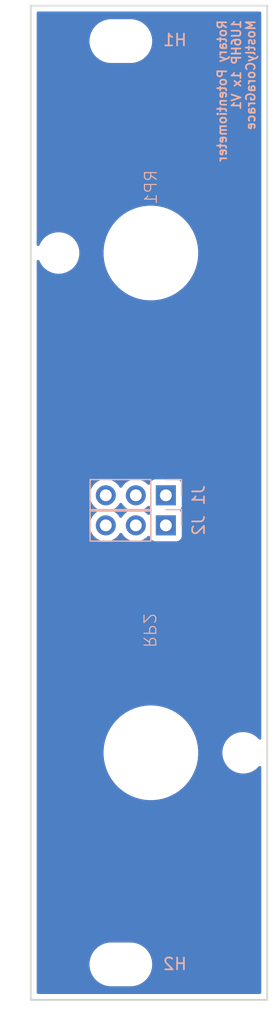
<source format=kicad_pcb>
(kicad_pcb (version 20240108) (generator "pcbnew") (generator_version "8.0")
  (layers (0 "F.Cu" signal) (31 "B.Cu" signal) (34 "B.Paste" user) (35 "F.Paste" user) (36 "B.SilkS" user "B.Silkscreen") (37 "F.SilkS" user "F.Silkscreen") (38 "B.Mask" user) (39 "F.Mask" user) (44 "Edge.Cuts" user))
  (net 0 "")
  (footprint "EXC:Rotary_Potentiometer_M7_Panel_Mount" (layer "F.Cu") (at 10.16 23.3375 -90)
    (property "Reference" "RP1" (at -5.5575 0 90) (layer "B.SilkS") (effects (font (thickness 0.1)) (justify mirror)))
    (property "Value" "M7_Panel_Mount_Rotary_Potentiometer")
    (pad "" np_thru_hole circle (at 0 0 270) (size 7.5 7.5) (drill 7.5) (layers "F&B.Cu" "*.Mask"))
    (pad "" np_thru_hole circle (at 0 7.8 270) (size 3 3) (drill 3) (layers "F&B.Cu" "*.Mask"))
  )
  (footprint "EXC:Rotary_Potentiometer_M7_Panel_Mount" (layer "F.Cu") (at 10.16 65.5875 90)
    (property "Reference" "RP2" (at 10.3425 -0.127 -90) (layer "B.SilkS") (effects (font (thickness 0.1)) (justify mirror)))
    (property "Value" "M7_Panel_Mount_Rotary_Potentiometer")
    (pad "" np_thru_hole circle (at 0 0 90) (size 7.5 7.5) (drill 7.5) (layers "F&B.Cu" "*.Mask"))
    (pad "" np_thru_hole circle (at 0 7.8 90) (size 3 3) (drill 3) (layers "F&B.Cu" "*.Mask"))
  )
  (footprint "EXC:MountingHole_3.2mm_M3" (layer "B.Cu") (at 7.62 5.425 180)
    (property "Reference" "H1" (at -4.572 0.091 0) (layer "B.SilkS") (effects (justify mirror)))
    (property "Value" "Eurorack_M3_MountingHole")
    (pad "" np_thru_hole oval (at 0 0 180) (size 4.8 3.2) (drill oval 4.8 3.2) (layers "F&B.Cu" "*.Mask"))
  )
  (footprint "Connector_PinSocket_2.54mm:PinSocket_1x03_P2.54mm_Vertical" (layer "B.Cu") (at 11.42656 46.3605 90)
    (property "Reference" "J2" (at 0 2.77 90) (layer "B.SilkS") (effects (justify mirror)))
    (property "Value" "Conn_01x03_Socket")
    (fp_line (start 1.33 -6.41) (end -1.33 -6.41) (stroke (width 0.12)) (layer "B.SilkS"))
    (fp_line (start 1.33 -6.41) (end 1.33 -1.27) (stroke (width 0.12)) (layer "B.SilkS"))
    (fp_line (start -1.33 -6.41) (end -1.33 -1.27) (stroke (width 0.12)) (layer "B.SilkS"))
    (fp_line (start 1.33 -1.27) (end -1.33 -1.27) (stroke (width 0.12)) (layer "B.SilkS"))
    (fp_line (start 1.33 0) (end 1.33 1.33) (stroke (width 0.12)) (layer "B.SilkS"))
    (fp_line (start 1.33 1.33) (end 0 1.33) (stroke (width 0.12)) (layer "B.SilkS"))
    (pad "1" thru_hole rect (at 0 0 90) (size 1.7 1.7) (drill 1) (layers "*.Cu" "*.Mask"))
    (pad "2" thru_hole oval (at 0 -2.54 90) (size 1.7 1.7) (drill 1) (layers "*.Cu" "*.Mask"))
    (pad "3" thru_hole oval (at 0 -5.08 90) (size 1.7 1.7) (drill 1) (layers "*.Cu" "*.Mask"))
  )
  (footprint "Connector_PinSocket_2.54mm:PinSocket_1x03_P2.54mm_Vertical" (layer "B.Cu") (at 11.42656 43.8205 90)
    (property "Reference" "J1" (at 0 2.77 90) (layer "B.SilkS") (effects (justify mirror)))
    (property "Value" "Conn_01x03_Socket")
    (fp_line (start 1.33 -6.41) (end -1.33 -6.41) (stroke (width 0.12)) (layer "B.SilkS"))
    (fp_line (start 1.33 -6.41) (end 1.33 -1.27) (stroke (width 0.12)) (layer "B.SilkS"))
    (fp_line (start -1.33 -6.41) (end -1.33 -1.27) (stroke (width 0.12)) (layer "B.SilkS"))
    (fp_line (start 1.33 -1.27) (end -1.33 -1.27) (stroke (width 0.12)) (layer "B.SilkS"))
    (fp_line (start 1.33 0) (end 1.33 1.33) (stroke (width 0.12)) (layer "B.SilkS"))
    (fp_line (start 1.33 1.33) (end 0 1.33) (stroke (width 0.12)) (layer "B.SilkS"))
    (pad "1" thru_hole rect (at 0 0 90) (size 1.7 1.7) (drill 1) (layers "*.Cu" "*.Mask"))
    (pad "2" thru_hole oval (at 0 -2.54 90) (size 1.7 1.7) (drill 1) (layers "*.Cu" "*.Mask"))
    (pad "3" thru_hole oval (at 0 -5.08 90) (size 1.7 1.7) (drill 1) (layers "*.Cu" "*.Mask"))
  )
  (footprint "EXC:MountingHole_3.2mm_M3" (layer "B.Cu") (at 7.62 83.475 180)
    (property "Reference" "H2" (at -4.572 0.036 0) (layer "B.SilkS") (effects (justify mirror)))
    (property "Value" "Eurorack_M3_MountingHole")
    (pad "" np_thru_hole oval (at 0 0 180) (size 4.8 3.2) (drill oval 4.8 3.2) (layers "F&B.Cu" "*.Mask"))
  )
  (gr_rect (start 0 2.425) (end 20 86.475) (stroke (width 0.15)) (fill none) (layer "Edge.Cuts"))
  (gr_text "Rotary Potentiometer\n1U6HP 1x V1\nMostlyCoraGrace" (at 15.748 3.556 90) (layer "B.SilkS") (effects (font (size 0.75 0.75) (thickness 0.15) (bold yes)) (justify left top mirror)))
  (zone (net 0) (net_name "") (layers "F&B.Cu") (connect_pads (clearance 0.5)) (min_thickness 0.25) (fill yes (thermal_gap 0.5) (thermal_bridge_width 0.5) (island_removal_mode 1) (island_area_min 10))
    (polygon (pts (xy 0 2.5) (xy 20 2.5) (xy 20 86.5) (xy 0 86.5)))
  )
)
</source>
